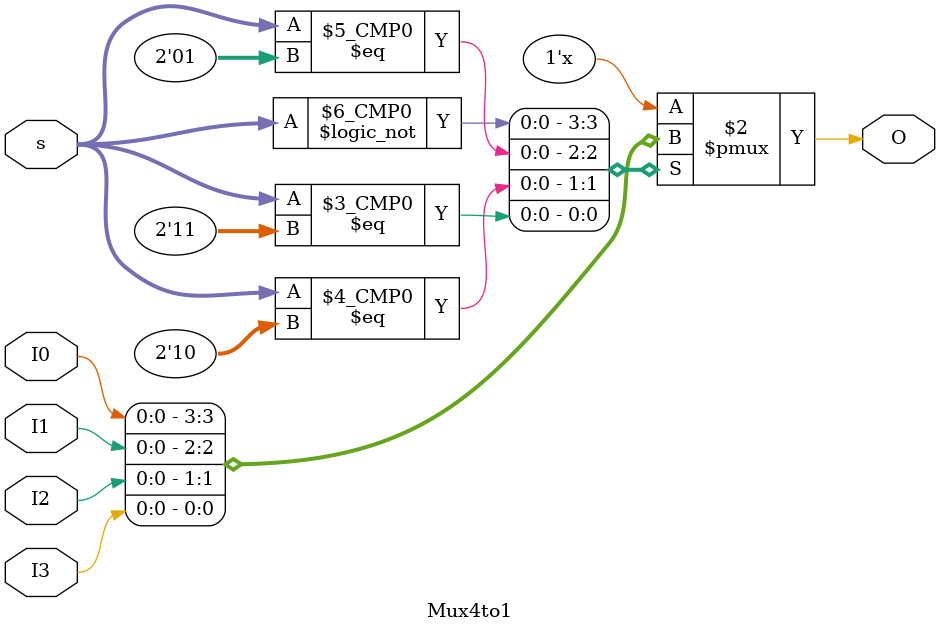
<source format=v>
`timescale 1ns / 1ps
module Mux4to1(
		input [1:0]s,
		input I0,
		input I1,
		input I2,
		input I3,
		output reg O
    );

	// ÕâÌâµÄË¼Â·¾ÍÊÇÓÃs[1:0]ÏòÁ¿ÀïµÄËÄÎ»×éºÏÀ´ÐÎ³É×îÐ¡ÏîÀ´Êä³ö²»Í¬µÄÊäÈë
	// ¸Ð¾õ¿ÉÒÔ¿¼ÂÇÓÃcaseÀ´ÊµÏÖ
	// ÇÐ»»ÇÐ»»Æ÷µÄÊ±ºò»òÕßÊäÈë·¢Éú¸Ä±äµÄÊ±ºòÔËÐÐ
	// Ãô¸ÐÇøÓòÉèÖÃÎªsºÍI0-3
	always@(s,I0,I1,I2,I3)begin
		case(s)
			// °´ÕÕÕæÖµ±íÀ´ÊµÏÖ
			2'b00:O<=I0;
			2'b01:O<=I1;
			2'b10:O<=I2;
			2'b11:O<=I3;
		endcase
	end

endmodule

</source>
